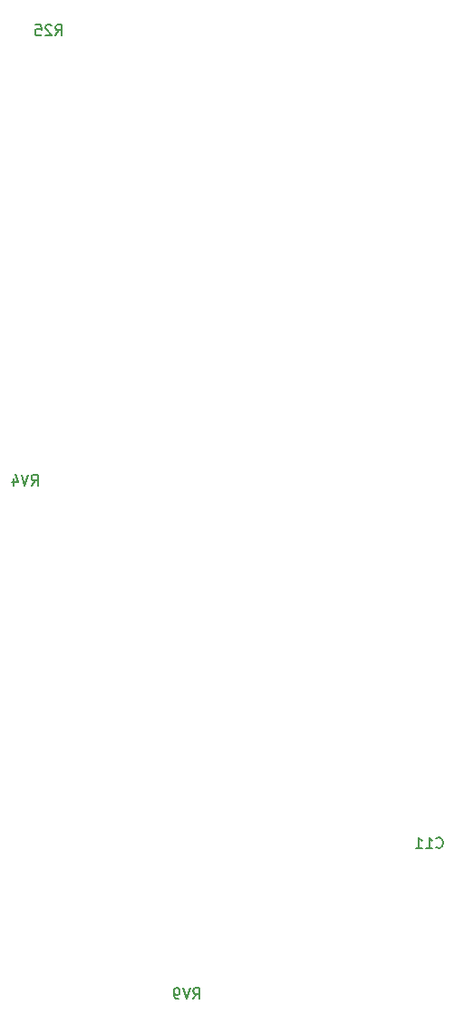
<source format=gbr>
%TF.GenerationSoftware,KiCad,Pcbnew,7.0.6*%
%TF.CreationDate,2023-07-25T22:23:12+05:30*%
%TF.ProjectId,class2_assignment,636c6173-7332-45f6-9173-7369676e6d65,rev?*%
%TF.SameCoordinates,Original*%
%TF.FileFunction,Legend,Bot*%
%TF.FilePolarity,Positive*%
%FSLAX46Y46*%
G04 Gerber Fmt 4.6, Leading zero omitted, Abs format (unit mm)*
G04 Created by KiCad (PCBNEW 7.0.6) date 2023-07-25 22:23:12*
%MOMM*%
%LPD*%
G01*
G04 APERTURE LIST*
%ADD10C,0.150000*%
G04 APERTURE END LIST*
D10*
X206316548Y-100604819D02*
X206649881Y-100128628D01*
X206887976Y-100604819D02*
X206887976Y-99604819D01*
X206887976Y-99604819D02*
X206507024Y-99604819D01*
X206507024Y-99604819D02*
X206411786Y-99652438D01*
X206411786Y-99652438D02*
X206364167Y-99700057D01*
X206364167Y-99700057D02*
X206316548Y-99795295D01*
X206316548Y-99795295D02*
X206316548Y-99938152D01*
X206316548Y-99938152D02*
X206364167Y-100033390D01*
X206364167Y-100033390D02*
X206411786Y-100081009D01*
X206411786Y-100081009D02*
X206507024Y-100128628D01*
X206507024Y-100128628D02*
X206887976Y-100128628D01*
X206030833Y-99604819D02*
X205697500Y-100604819D01*
X205697500Y-100604819D02*
X205364167Y-99604819D01*
X204602262Y-99938152D02*
X204602262Y-100604819D01*
X204840357Y-99557200D02*
X205078452Y-100271485D01*
X205078452Y-100271485D02*
X204459405Y-100271485D01*
X221411666Y-148564819D02*
X221744999Y-148088628D01*
X221983094Y-148564819D02*
X221983094Y-147564819D01*
X221983094Y-147564819D02*
X221602142Y-147564819D01*
X221602142Y-147564819D02*
X221506904Y-147612438D01*
X221506904Y-147612438D02*
X221459285Y-147660057D01*
X221459285Y-147660057D02*
X221411666Y-147755295D01*
X221411666Y-147755295D02*
X221411666Y-147898152D01*
X221411666Y-147898152D02*
X221459285Y-147993390D01*
X221459285Y-147993390D02*
X221506904Y-148041009D01*
X221506904Y-148041009D02*
X221602142Y-148088628D01*
X221602142Y-148088628D02*
X221983094Y-148088628D01*
X221125951Y-147564819D02*
X220792618Y-148564819D01*
X220792618Y-148564819D02*
X220459285Y-147564819D01*
X220078332Y-148564819D02*
X219887856Y-148564819D01*
X219887856Y-148564819D02*
X219792618Y-148517200D01*
X219792618Y-148517200D02*
X219744999Y-148469580D01*
X219744999Y-148469580D02*
X219649761Y-148326723D01*
X219649761Y-148326723D02*
X219602142Y-148136247D01*
X219602142Y-148136247D02*
X219602142Y-147755295D01*
X219602142Y-147755295D02*
X219649761Y-147660057D01*
X219649761Y-147660057D02*
X219697380Y-147612438D01*
X219697380Y-147612438D02*
X219792618Y-147564819D01*
X219792618Y-147564819D02*
X219983094Y-147564819D01*
X219983094Y-147564819D02*
X220078332Y-147612438D01*
X220078332Y-147612438D02*
X220125951Y-147660057D01*
X220125951Y-147660057D02*
X220173570Y-147755295D01*
X220173570Y-147755295D02*
X220173570Y-147993390D01*
X220173570Y-147993390D02*
X220125951Y-148088628D01*
X220125951Y-148088628D02*
X220078332Y-148136247D01*
X220078332Y-148136247D02*
X219983094Y-148183866D01*
X219983094Y-148183866D02*
X219792618Y-148183866D01*
X219792618Y-148183866D02*
X219697380Y-148136247D01*
X219697380Y-148136247D02*
X219649761Y-148088628D01*
X219649761Y-148088628D02*
X219602142Y-147993390D01*
X208560491Y-58554819D02*
X208893824Y-58078628D01*
X209131919Y-58554819D02*
X209131919Y-57554819D01*
X209131919Y-57554819D02*
X208750967Y-57554819D01*
X208750967Y-57554819D02*
X208655729Y-57602438D01*
X208655729Y-57602438D02*
X208608110Y-57650057D01*
X208608110Y-57650057D02*
X208560491Y-57745295D01*
X208560491Y-57745295D02*
X208560491Y-57888152D01*
X208560491Y-57888152D02*
X208608110Y-57983390D01*
X208608110Y-57983390D02*
X208655729Y-58031009D01*
X208655729Y-58031009D02*
X208750967Y-58078628D01*
X208750967Y-58078628D02*
X209131919Y-58078628D01*
X208179538Y-57650057D02*
X208131919Y-57602438D01*
X208131919Y-57602438D02*
X208036681Y-57554819D01*
X208036681Y-57554819D02*
X207798586Y-57554819D01*
X207798586Y-57554819D02*
X207703348Y-57602438D01*
X207703348Y-57602438D02*
X207655729Y-57650057D01*
X207655729Y-57650057D02*
X207608110Y-57745295D01*
X207608110Y-57745295D02*
X207608110Y-57840533D01*
X207608110Y-57840533D02*
X207655729Y-57983390D01*
X207655729Y-57983390D02*
X208227157Y-58554819D01*
X208227157Y-58554819D02*
X207608110Y-58554819D01*
X206703348Y-57554819D02*
X207179538Y-57554819D01*
X207179538Y-57554819D02*
X207227157Y-58031009D01*
X207227157Y-58031009D02*
X207179538Y-57983390D01*
X207179538Y-57983390D02*
X207084300Y-57935771D01*
X207084300Y-57935771D02*
X206846205Y-57935771D01*
X206846205Y-57935771D02*
X206750967Y-57983390D01*
X206750967Y-57983390D02*
X206703348Y-58031009D01*
X206703348Y-58031009D02*
X206655729Y-58126247D01*
X206655729Y-58126247D02*
X206655729Y-58364342D01*
X206655729Y-58364342D02*
X206703348Y-58459580D01*
X206703348Y-58459580D02*
X206750967Y-58507200D01*
X206750967Y-58507200D02*
X206846205Y-58554819D01*
X206846205Y-58554819D02*
X207084300Y-58554819D01*
X207084300Y-58554819D02*
X207179538Y-58507200D01*
X207179538Y-58507200D02*
X207227157Y-58459580D01*
X244132965Y-134399580D02*
X244180584Y-134447200D01*
X244180584Y-134447200D02*
X244323441Y-134494819D01*
X244323441Y-134494819D02*
X244418679Y-134494819D01*
X244418679Y-134494819D02*
X244561536Y-134447200D01*
X244561536Y-134447200D02*
X244656774Y-134351961D01*
X244656774Y-134351961D02*
X244704393Y-134256723D01*
X244704393Y-134256723D02*
X244752012Y-134066247D01*
X244752012Y-134066247D02*
X244752012Y-133923390D01*
X244752012Y-133923390D02*
X244704393Y-133732914D01*
X244704393Y-133732914D02*
X244656774Y-133637676D01*
X244656774Y-133637676D02*
X244561536Y-133542438D01*
X244561536Y-133542438D02*
X244418679Y-133494819D01*
X244418679Y-133494819D02*
X244323441Y-133494819D01*
X244323441Y-133494819D02*
X244180584Y-133542438D01*
X244180584Y-133542438D02*
X244132965Y-133590057D01*
X243180584Y-134494819D02*
X243752012Y-134494819D01*
X243466298Y-134494819D02*
X243466298Y-133494819D01*
X243466298Y-133494819D02*
X243561536Y-133637676D01*
X243561536Y-133637676D02*
X243656774Y-133732914D01*
X243656774Y-133732914D02*
X243752012Y-133780533D01*
X242228203Y-134494819D02*
X242799631Y-134494819D01*
X242513917Y-134494819D02*
X242513917Y-133494819D01*
X242513917Y-133494819D02*
X242609155Y-133637676D01*
X242609155Y-133637676D02*
X242704393Y-133732914D01*
X242704393Y-133732914D02*
X242799631Y-133780533D01*
M02*

</source>
